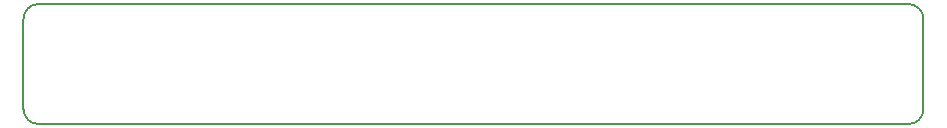
<source format=gbr>
G04 #@! TF.FileFunction,Profile,NP*
%FSLAX46Y46*%
G04 Gerber Fmt 4.6, Leading zero omitted, Abs format (unit mm)*
G04 Created by KiCad (PCBNEW 4.0.6) date Thursday, April 27, 2017 'PMt' 03:49:24 PM*
%MOMM*%
%LPD*%
G01*
G04 APERTURE LIST*
%ADD10C,0.100000*%
%ADD11C,0.150000*%
G04 APERTURE END LIST*
D10*
D11*
X165100000Y-97790000D02*
G75*
G03X163830000Y-96520000I-1270000J0D01*
G01*
X163830000Y-106680000D02*
G75*
G03X165100000Y-105410000I0J1270000D01*
G01*
X88900000Y-105410000D02*
G75*
G03X90170000Y-106680000I1270000J0D01*
G01*
X90170000Y-96520000D02*
G75*
G03X88900000Y-97790000I0J-1270000D01*
G01*
X163830000Y-96520000D02*
X90170000Y-96520000D01*
X165100000Y-105410000D02*
X165100000Y-97790000D01*
X90170000Y-106680000D02*
X163830000Y-106680000D01*
X88900000Y-97790000D02*
X88900000Y-105410000D01*
M02*

</source>
